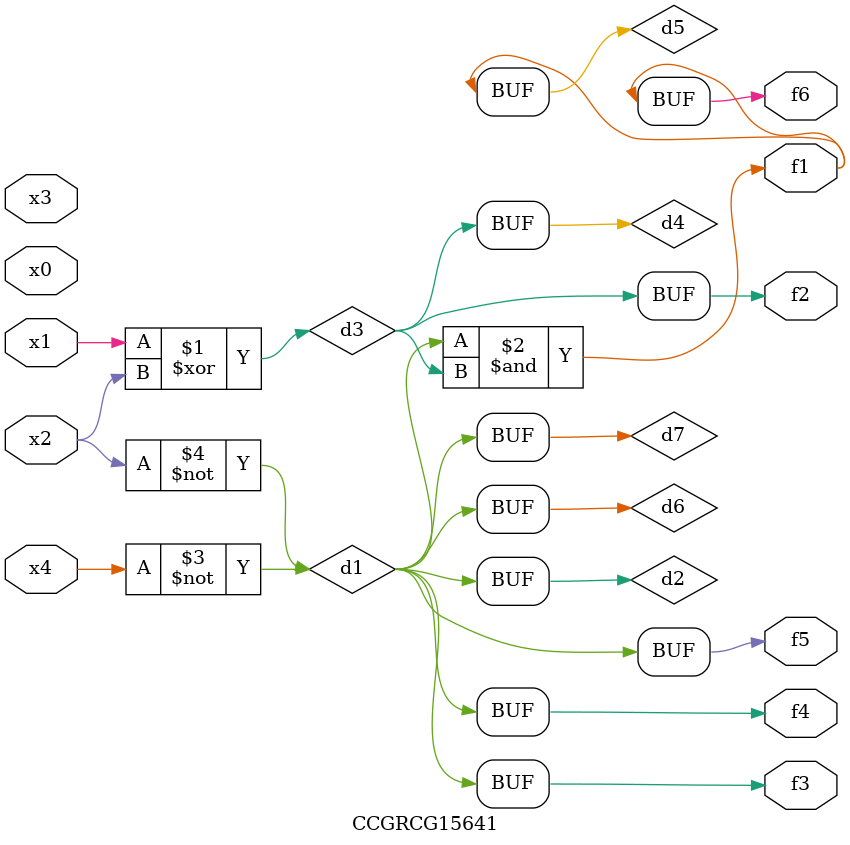
<source format=v>
module CCGRCG15641(
	input x0, x1, x2, x3, x4,
	output f1, f2, f3, f4, f5, f6
);

	wire d1, d2, d3, d4, d5, d6, d7;

	not (d1, x4);
	not (d2, x2);
	xor (d3, x1, x2);
	buf (d4, d3);
	and (d5, d1, d3);
	buf (d6, d1, d2);
	buf (d7, d2);
	assign f1 = d5;
	assign f2 = d4;
	assign f3 = d7;
	assign f4 = d7;
	assign f5 = d7;
	assign f6 = d5;
endmodule

</source>
